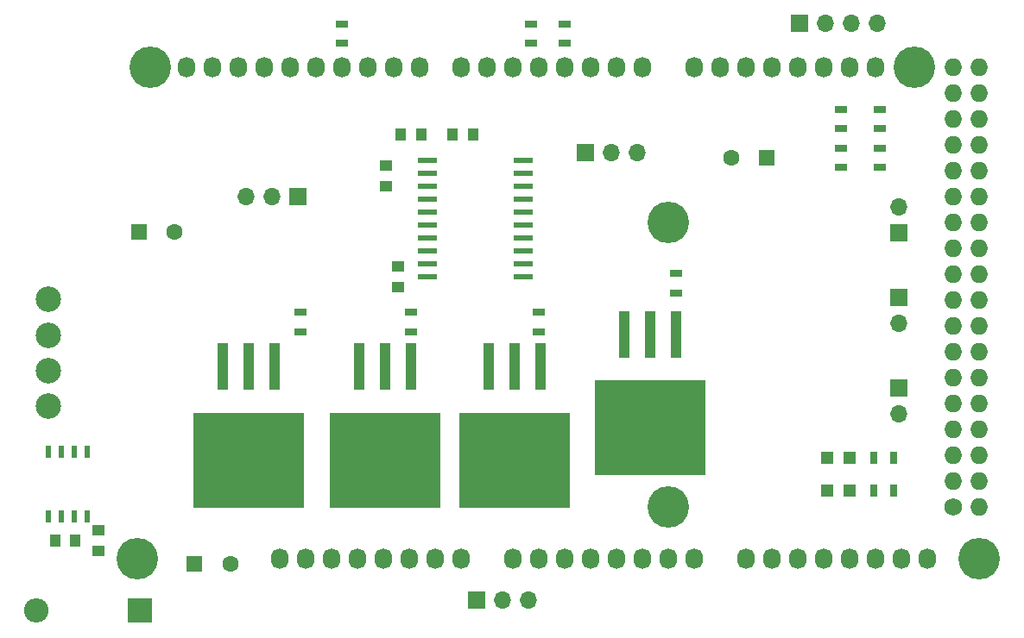
<source format=gbr>
G04 #@! TF.GenerationSoftware,KiCad,Pcbnew,(5.0.0-rc2-37-ga8db21319)*
G04 #@! TF.CreationDate,2018-05-29T02:54:05+01:00*
G04 #@! TF.ProjectId,tug,7475672E6B696361645F706362000000,rev?*
G04 #@! TF.SameCoordinates,Original*
G04 #@! TF.FileFunction,Soldermask,Top*
G04 #@! TF.FilePolarity,Negative*
%FSLAX46Y46*%
G04 Gerber Fmt 4.6, Leading zero omitted, Abs format (unit mm)*
G04 Created by KiCad (PCBNEW (5.0.0-rc2-37-ga8db21319)) date Tue May 29 02:54:05 2018*
%MOMM*%
%LPD*%
G01*
G04 APERTURE LIST*
%ADD10R,0.508000X1.143000*%
%ADD11C,1.727200*%
%ADD12O,1.727200X1.727200*%
%ADD13O,1.727200X2.032000*%
%ADD14C,4.064000*%
%ADD15R,1.250000X1.000000*%
%ADD16R,1.000000X1.250000*%
%ADD17C,1.600000*%
%ADD18R,1.600000X1.600000*%
%ADD19R,1.200000X1.200000*%
%ADD20R,2.400000X2.400000*%
%ADD21O,2.400000X2.400000*%
%ADD22R,1.700000X1.700000*%
%ADD23O,1.700000X1.700000*%
%ADD24C,2.500000*%
%ADD25R,10.800000X9.400000*%
%ADD26R,1.100000X4.600000*%
%ADD27R,1.300000X0.700000*%
%ADD28R,0.700000X1.300000*%
%ADD29R,1.950000X0.600000*%
G04 APERTURE END LIST*
D10*
G04 #@! TO.C,U2*
X112395000Y-114935000D03*
X111125000Y-114935000D03*
X109855000Y-114935000D03*
X108585000Y-114935000D03*
X108585000Y-108585000D03*
X109855000Y-108585000D03*
X111125000Y-108585000D03*
X112395000Y-108585000D03*
G04 #@! TD*
D11*
G04 #@! TO.C,P1*
X197358000Y-114046000D03*
D12*
X199898000Y-114046000D03*
X197358000Y-111506000D03*
X199898000Y-111506000D03*
X197358000Y-108966000D03*
X199898000Y-108966000D03*
X197358000Y-106426000D03*
X199898000Y-106426000D03*
X197358000Y-103886000D03*
X199898000Y-103886000D03*
X197358000Y-101346000D03*
X199898000Y-101346000D03*
X197358000Y-98806000D03*
X199898000Y-98806000D03*
X197358000Y-96266000D03*
X199898000Y-96266000D03*
X197358000Y-93726000D03*
X199898000Y-93726000D03*
X197358000Y-91186000D03*
X199898000Y-91186000D03*
X197358000Y-88646000D03*
X199898000Y-88646000D03*
X197358000Y-86106000D03*
X199898000Y-86106000D03*
X197358000Y-83566000D03*
X199898000Y-83566000D03*
X197358000Y-81026000D03*
X199898000Y-81026000D03*
X197358000Y-78486000D03*
X199898000Y-78486000D03*
X197358000Y-75946000D03*
X199898000Y-75946000D03*
X197358000Y-73406000D03*
X199898000Y-73406000D03*
X197358000Y-70866000D03*
X199898000Y-70866000D03*
G04 #@! TD*
D13*
G04 #@! TO.C,P2*
X131318000Y-119126000D03*
X133858000Y-119126000D03*
X136398000Y-119126000D03*
X138938000Y-119126000D03*
X141478000Y-119126000D03*
X144018000Y-119126000D03*
X146558000Y-119126000D03*
X149098000Y-119126000D03*
G04 #@! TD*
G04 #@! TO.C,P3*
X154178000Y-119126000D03*
X156718000Y-119126000D03*
X159258000Y-119126000D03*
X161798000Y-119126000D03*
X164338000Y-119126000D03*
X166878000Y-119126000D03*
X169418000Y-119126000D03*
X171958000Y-119126000D03*
G04 #@! TD*
G04 #@! TO.C,P4*
X177038000Y-119126000D03*
X179578000Y-119126000D03*
X182118000Y-119126000D03*
X184658000Y-119126000D03*
X187198000Y-119126000D03*
X189738000Y-119126000D03*
X192278000Y-119126000D03*
X194818000Y-119126000D03*
G04 #@! TD*
G04 #@! TO.C,P5*
X122174000Y-70866000D03*
X124714000Y-70866000D03*
X127254000Y-70866000D03*
X129794000Y-70866000D03*
X132334000Y-70866000D03*
X134874000Y-70866000D03*
X137414000Y-70866000D03*
X139954000Y-70866000D03*
X142494000Y-70866000D03*
X145034000Y-70866000D03*
G04 #@! TD*
G04 #@! TO.C,P6*
X149098000Y-70866000D03*
X151638000Y-70866000D03*
X154178000Y-70866000D03*
X156718000Y-70866000D03*
X159258000Y-70866000D03*
X161798000Y-70866000D03*
X164338000Y-70866000D03*
X166878000Y-70866000D03*
G04 #@! TD*
G04 #@! TO.C,P7*
X171958000Y-70866000D03*
X174498000Y-70866000D03*
X177038000Y-70866000D03*
X179578000Y-70866000D03*
X182118000Y-70866000D03*
X184658000Y-70866000D03*
X187198000Y-70866000D03*
X189738000Y-70866000D03*
G04 #@! TD*
D14*
G04 #@! TO.C,P8*
X117348000Y-119126000D03*
G04 #@! TD*
G04 #@! TO.C,P9*
X169418000Y-114046000D03*
G04 #@! TD*
G04 #@! TO.C,P10*
X199898000Y-119126000D03*
G04 #@! TD*
G04 #@! TO.C,P11*
X118618000Y-70866000D03*
G04 #@! TD*
G04 #@! TO.C,P12*
X169418000Y-86106000D03*
G04 #@! TD*
G04 #@! TO.C,P13*
X193548000Y-70866000D03*
G04 #@! TD*
D15*
G04 #@! TO.C,C1*
X142875000Y-90440000D03*
X142875000Y-92440000D03*
G04 #@! TD*
G04 #@! TO.C,C2*
X141732000Y-82534000D03*
X141732000Y-80534000D03*
G04 #@! TD*
D16*
G04 #@! TO.C,C3*
X145145000Y-77470000D03*
X143145000Y-77470000D03*
G04 #@! TD*
G04 #@! TO.C,C4*
X148225000Y-77470000D03*
X150225000Y-77470000D03*
G04 #@! TD*
D17*
G04 #@! TO.C,C5*
X120975000Y-86995000D03*
D18*
X117475000Y-86995000D03*
G04 #@! TD*
G04 #@! TO.C,C6*
X122936000Y-119634000D03*
D17*
X126436000Y-119634000D03*
G04 #@! TD*
D15*
G04 #@! TO.C,C7*
X113538000Y-118348000D03*
X113538000Y-116348000D03*
G04 #@! TD*
D16*
G04 #@! TO.C,C8*
X111236000Y-117348000D03*
X109236000Y-117348000D03*
G04 #@! TD*
D19*
G04 #@! TO.C,D1*
X184955000Y-109220000D03*
X187155000Y-109220000D03*
G04 #@! TD*
G04 #@! TO.C,D2*
X187155000Y-112395000D03*
X184955000Y-112395000D03*
G04 #@! TD*
D20*
G04 #@! TO.C,D3*
X117602000Y-124206000D03*
D21*
X107442000Y-124206000D03*
G04 #@! TD*
D22*
G04 #@! TO.C,J1*
X182245000Y-66548000D03*
D23*
X184785000Y-66548000D03*
X187325000Y-66548000D03*
X189865000Y-66548000D03*
G04 #@! TD*
D24*
G04 #@! TO.C,J2*
X108585000Y-93640000D03*
X108585000Y-97140000D03*
X108585000Y-100640000D03*
X108585000Y-104140000D03*
G04 #@! TD*
D25*
G04 #@! TO.C,Q1*
X141605000Y-109420000D03*
D26*
X139065000Y-100270000D03*
X141605000Y-100270000D03*
X144145000Y-100270000D03*
G04 #@! TD*
G04 #@! TO.C,Q2*
X130810000Y-100270000D03*
X128270000Y-100270000D03*
X125730000Y-100270000D03*
D25*
X128270000Y-109420000D03*
G04 #@! TD*
G04 #@! TO.C,Q3*
X167640000Y-106245000D03*
D26*
X165100000Y-97095000D03*
X167640000Y-97095000D03*
X170180000Y-97095000D03*
G04 #@! TD*
G04 #@! TO.C,Q4*
X156845000Y-100270000D03*
X154305000Y-100270000D03*
X151765000Y-100270000D03*
D25*
X154305000Y-109420000D03*
G04 #@! TD*
D27*
G04 #@! TO.C,R1*
X186309000Y-78806000D03*
X186309000Y-80706000D03*
G04 #@! TD*
G04 #@! TO.C,R2*
X186309000Y-76896000D03*
X186309000Y-74996000D03*
G04 #@! TD*
G04 #@! TO.C,R3*
X190119000Y-80706000D03*
X190119000Y-78806000D03*
G04 #@! TD*
G04 #@! TO.C,R4*
X190119000Y-74996000D03*
X190119000Y-76896000D03*
G04 #@! TD*
D28*
G04 #@! TO.C,R5*
X189550000Y-109220000D03*
X191450000Y-109220000D03*
G04 #@! TD*
G04 #@! TO.C,R6*
X191450000Y-112395000D03*
X189550000Y-112395000D03*
G04 #@! TD*
D27*
G04 #@! TO.C,R7*
X144145000Y-96835000D03*
X144145000Y-94935000D03*
G04 #@! TD*
G04 #@! TO.C,R8*
X133350000Y-94935000D03*
X133350000Y-96835000D03*
G04 #@! TD*
G04 #@! TO.C,R9*
X170180000Y-93025000D03*
X170180000Y-91125000D03*
G04 #@! TD*
G04 #@! TO.C,R10*
X156718000Y-94935000D03*
X156718000Y-96835000D03*
G04 #@! TD*
D29*
G04 #@! TO.C,U1*
X145795000Y-80010000D03*
X145795000Y-81280000D03*
X145795000Y-82550000D03*
X145795000Y-83820000D03*
X145795000Y-85090000D03*
X145795000Y-86360000D03*
X145795000Y-87630000D03*
X145795000Y-88900000D03*
X145795000Y-90170000D03*
X145795000Y-91440000D03*
X155195000Y-91440000D03*
X155195000Y-90170000D03*
X155195000Y-88900000D03*
X155195000Y-87630000D03*
X155195000Y-86360000D03*
X155195000Y-85090000D03*
X155195000Y-83820000D03*
X155195000Y-82550000D03*
X155195000Y-81280000D03*
X155195000Y-80010000D03*
G04 #@! TD*
D27*
G04 #@! TO.C,R11*
X137414000Y-66614000D03*
X137414000Y-68514000D03*
G04 #@! TD*
G04 #@! TO.C,R12*
X159258000Y-68514000D03*
X159258000Y-66614000D03*
G04 #@! TD*
G04 #@! TO.C,R13*
X155956000Y-68514000D03*
X155956000Y-66614000D03*
G04 #@! TD*
D23*
G04 #@! TO.C,J3*
X166370000Y-79248000D03*
X163830000Y-79248000D03*
D22*
X161290000Y-79248000D03*
G04 #@! TD*
G04 #@! TO.C,J4*
X133096000Y-83566000D03*
D23*
X130556000Y-83566000D03*
X128016000Y-83566000D03*
G04 #@! TD*
D22*
G04 #@! TO.C,J5*
X150622000Y-123190000D03*
D23*
X153162000Y-123190000D03*
X155702000Y-123190000D03*
G04 #@! TD*
D22*
G04 #@! TO.C,J6*
X192024000Y-87122000D03*
D23*
X192024000Y-84582000D03*
G04 #@! TD*
G04 #@! TO.C,J7*
X192024000Y-96012000D03*
D22*
X192024000Y-93472000D03*
G04 #@! TD*
G04 #@! TO.C,J8*
X192024000Y-102362000D03*
D23*
X192024000Y-104902000D03*
G04 #@! TD*
D18*
G04 #@! TO.C,C9*
X179070000Y-79756000D03*
D17*
X175570000Y-79756000D03*
G04 #@! TD*
M02*

</source>
